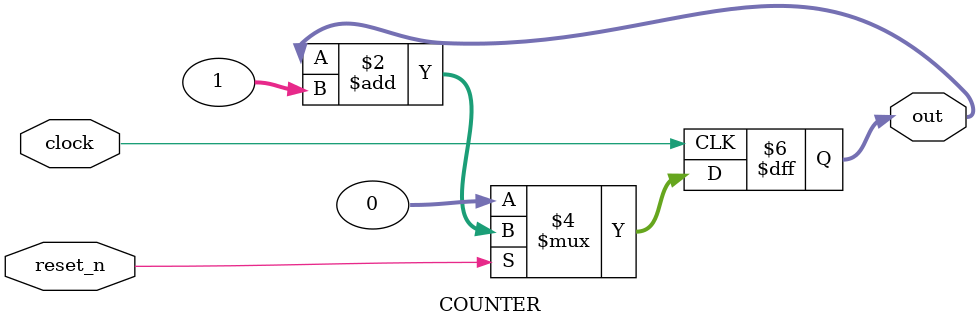
<source format=v>
`timescale 1ns / 1ps

module COUNTER(
        input           clock     ,
        input           reset_n   ,
        output reg[31:0]out        
    );
    
    always @(posedge clock)
        begin
        if(reset_n)
            begin
            out <= out + 1;
            end
        else out <= 0;
        end
endmodule

</source>
